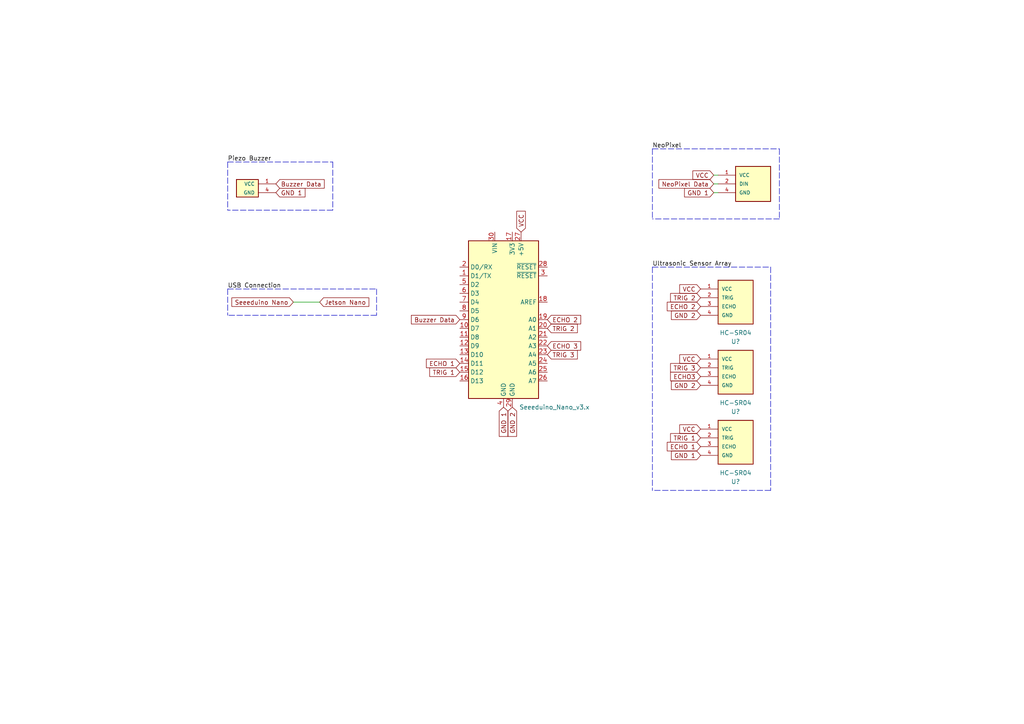
<source format=kicad_sch>
(kicad_sch (version 20211123) (generator eeschema)
  (paper "A4")
  (title_block (title "Ultrasonic Sensor") (date "2023-1-30") (rev "1.0") (company "DC Brushless Motor") (comment 1 "MAE - 25510") (comment 4 "Drawn by: Chan Carl"))
  (lib_symbols
    (symbol "HC-SR04:HC-SR04" (pin_names (offset 1.016))
      (property "Reference" "U" (at 0 5.0813 0))
      (property "Value" "HC-SR04" (at 0 -10.163 0))
      (symbol "HC-SR04_0_0"
        (rectangle (start 0 -7.62) (end 10.16 5.08) (stroke (width 0.254)) (fill (type background)))
        (pin power_in line (at -5.08 2.54 0) (length 5.08) (name "VCC") (number "1"))
        (pin bidirectional line (at -5.08 0 0) (length 5.08) (name "TRIG") (number "2"))
        (pin bidirectional line (at -5.08 -2.54 0) (length 5.08) (name "ECHO") (number "3"))
        (pin power_in line (at -5.08 -5.08 0) (length 5.08) (name "GND") (number "4"))
      )
    )
    (symbol "HC-SR04_1" (pin_names (offset 1.016))
      (property "Value" "HC-SR04_1" (at 5.08 -10.16 0))
      (symbol "HC-SR04_1_0_0"
        (rectangle (start 0 5.08) (end 10.16 -5.08) (stroke (width 0.254)) (fill (type background)))
        (pin power_in line (at -5.08 2.54 0) (length 5.08) (name "VCC") (number "1"))
        (pin bidirectional line (at -5.08 0 0) (length 5.08) (name "DIN") (number "2"))
        (pin power_in line (at -5.08 -2.54 0) (length 5.08) (name "GND") (number "4"))
      )
    )
    (symbol "HC-SR04_2" (pin_names (offset 1.016))
      (symbol "HC-SR04_2_0_0"
        (rectangle (start 0 3.81) (end 6.35 -1.27) (stroke (width 0.254)) (fill (type background)))
        (pin power_in line (at -5.08 2.54 0) (length 5.08) (name "VCC") (number "1"))
        (pin power_in line (at -5.08 0 0) (length 5.08) (name "GND") (number "4"))
      )
    )
    (symbol "MCU_Module:Arduino_Nano_v3.x"
      (property "Reference" "A" (at -10.16 23.495 0))
      (property "Value" "Arduino_Nano_v3.x" (at 5.08 -24.13 0))
      (symbol "Arduino_Nano_v3.x_0_1"
        (rectangle (start -10.16 22.86) (end 10.16 -22.86) (stroke (width 0.254)) (fill (type background)))
      )
      (symbol "Arduino_Nano_v3.x_1_1"
        (pin bidirectional line (at -12.7 12.7 0) (length 2.54) (name "D1/TX") (number "1"))
        (pin bidirectional line (at -12.7 -2.54 0) (length 2.54) (name "D7") (number "10"))
        (pin bidirectional line (at -12.7 -5.08 0) (length 2.54) (name "D8") (number "11"))
        (pin bidirectional line (at -12.7 -7.62 0) (length 2.54) (name "D9") (number "12"))
        (pin bidirectional line (at -12.7 -10.16 0) (length 2.54) (name "D10") (number "13"))
        (pin bidirectional line (at -12.7 -12.7 0) (length 2.54) (name "D11") (number "14"))
        (pin bidirectional line (at -12.7 -15.24 0) (length 2.54) (name "D12") (number "15"))
        (pin bidirectional line (at -12.7 -17.78 0) (length 2.54) (name "D13") (number "16"))
        (pin power_out line (at 2.54 25.4 270) (length 2.54) (name "3V3") (number "17"))
        (pin input line (at 12.7 5.08 180) (length 2.54) (name "AREF") (number "18"))
        (pin bidirectional line (at 12.7 0 180) (length 2.54) (name "A0") (number "19"))
        (pin bidirectional line (at -12.7 15.24 0) (length 2.54) (name "D0/RX") (number "2"))
        (pin bidirectional line (at 12.7 -2.54 180) (length 2.54) (name "A1") (number "20"))
        (pin bidirectional line (at 12.7 -5.08 180) (length 2.54) (name "A2") (number "21"))
        (pin bidirectional line (at 12.7 -7.62 180) (length 2.54) (name "A3") (number "22"))
        (pin bidirectional line (at 12.7 -10.16 180) (length 2.54) (name "A4") (number "23"))
        (pin bidirectional line (at 12.7 -12.7 180) (length 2.54) (name "A5") (number "24"))
        (pin bidirectional line (at 12.7 -15.24 180) (length 2.54) (name "A6") (number "25"))
        (pin bidirectional line (at 12.7 -17.78 180) (length 2.54) (name "A7") (number "26"))
        (pin power_out line (at 5.08 25.4 270) (length 2.54) (name "+5V") (number "27"))
        (pin input line (at 12.7 15.24 180) (length 2.54) (name "~{RESET}") (number "28"))
        (pin power_in line (at 2.54 -25.4 90) (length 2.54) (name "GND") (number "29"))
        (pin input line (at 12.7 12.7 180) (length 2.54) (name "~{RESET}") (number "3"))
        (pin power_in line (at -2.54 25.4 270) (length 2.54) (name "VIN") (number "30"))
        (pin power_in line (at 0 -25.4 90) (length 2.54) (name "GND") (number "4"))
        (pin bidirectional line (at -12.7 10.16 0) (length 2.54) (name "D2") (number "5"))
        (pin bidirectional line (at -12.7 7.62 0) (length 2.54) (name "D3") (number "6"))
        (pin bidirectional line (at -12.7 5.08 0) (length 2.54) (name "D4") (number "7"))
        (pin bidirectional line (at -12.7 2.54 0) (length 2.54) (name "D5") (number "8"))
        (pin bidirectional line (at -12.7 0 0) (length 2.54) (name "D6") (number "9"))
      )
    )
  )
  (polyline (pts (xy 66.04 83.82) (xy 66.04 91.44)))
  (polyline (pts (xy 223.52 142.24) (xy 189.23 142.24)))
  (polyline (pts (xy 189.23 43.18) (xy 226.06 43.18)))
  (polyline (pts (xy 109.22 91.44) (xy 66.04 91.44)))
  (polyline (pts (xy 189.23 77.47) (xy 223.52 77.47)))
  (wire (pts (xy 85.09 87.63) (xy 92.71 87.63)))
  (polyline (pts (xy 109.22 83.82) (xy 109.22 91.44)))
  (polyline (pts (xy 226.06 43.18) (xy 226.06 63.5)))
  (polyline (pts (xy 96.52 60.96) (xy 66.04 60.96)))
  (wire (pts (xy 208.28 55.88) (xy 207.01 55.88)))
  (polyline (pts (xy 66.04 46.99) (xy 66.04 60.96)))
  (wire (pts (xy 208.28 53.34) (xy 207.01 53.34)))
  (polyline (pts (xy 189.23 77.47) (xy 189.23 142.24)))
  (polyline (pts (xy 96.52 46.99) (xy 96.52 60.96)))
  (polyline (pts (xy 226.06 63.5) (xy 189.23 63.5)))
  (wire (pts (xy 208.28 50.8) (xy 207.01 50.8)))
  (polyline (pts (xy 66.04 46.99) (xy 96.52 46.99)))
  (polyline (pts (xy 223.52 77.47) (xy 223.52 142.24)))
  (polyline (pts (xy 66.04 83.82) (xy 109.22 83.82)))
  (polyline (pts (xy 189.23 43.18) (xy 189.23 63.5)))
  (label "Ultrasonic Sensor Array" (at 189.23 77.47 0))
  (label "NeoPixel" (at 189.23 43.18 0))
  (label "Piezo Buzzer" (at 66.04 46.99 0))
  (label "USB Connection" (at 66.04 83.82 0))
  (global_label "VCC" (shape input) (at 207.01 50.8 180) (property "Intersheet References" "${INTERSHEET_REFS}" (effects hide)))
  (global_label "GND 2" (shape input) (at 148.59 118.11 270) (property "Intersheet References" "${INTERSHEET_REFS}" (effects hide)))
  (global_label "TRIG 3" (shape input) (at 203.2 106.68 180) (property "Intersheet References" "${INTERSHEET_REFS}" (effects hide)))
  (global_label "TRIG 1" (shape input) (at 133.35 107.95 180) (property "Intersheet References" "${INTERSHEET_REFS}" (effects hide)))
  (global_label "VCC" (shape input) (at 203.2 83.82 180) (property "Intersheet References" "${INTERSHEET_REFS}" (effects hide)))
  (global_label "Jetson Nano" (shape input) (at 92.71 87.63 0) (property "Intersheet References" "${INTERSHEET_REFS}" (effects hide)))
  (global_label "VCC" (shape input) (at 203.2 124.46 180) (property "Intersheet References" "${INTERSHEET_REFS}" (effects hide)))
  (global_label "ECHO 2" (shape input) (at 203.2 88.9 180) (property "Intersheet References" "${INTERSHEET_REFS}" (effects hide)))
  (global_label "VCC" (shape input) (at 151.13 67.31 90) (property "Intersheet References" "${INTERSHEET_REFS}" (effects hide)))
  (global_label "Buzzer Data" (shape input) (at 133.35 92.71 180) (property "Intersheet References" "${INTERSHEET_REFS}" (effects hide)))
  (global_label "ECHO3" (shape input) (at 203.2 109.22 180) (property "Intersheet References" "${INTERSHEET_REFS}" (effects hide)))
  (global_label "TRIG 2" (shape input) (at 203.2 86.36 180) (property "Intersheet References" "${INTERSHEET_REFS}" (effects hide)))
  (global_label "ECHO 1" (shape input) (at 133.35 105.41 180) (property "Intersheet References" "${INTERSHEET_REFS}" (effects hide)))
  (global_label "VCC" (shape input) (at 203.2 104.14 180) (property "Intersheet References" "${INTERSHEET_REFS}" (effects hide)))
  (global_label "GND 1" (shape input) (at 80.01 55.88 0) (property "Intersheet References" "${INTERSHEET_REFS}" (effects hide)))
  (global_label "ECHO 3" (shape input) (at 158.75 100.33 0) (property "Intersheet References" "${INTERSHEET_REFS}" (effects hide)))
  (global_label "GND 2" (shape input) (at 203.2 91.44 180) (property "Intersheet References" "${INTERSHEET_REFS}" (effects hide)))
  (global_label "ECHO 2" (shape input) (at 158.75 92.71 0) (property "Intersheet References" "${INTERSHEET_REFS}" (effects hide)))
  (global_label "GND 1" (shape input) (at 146.05 118.11 270) (property "Intersheet References" "${INTERSHEET_REFS}" (effects hide)))
  (global_label "Buzzer Data" (shape input) (at 80.01 53.34 0) (property "Intersheet References" "${INTERSHEET_REFS}" (effects hide)))
  (global_label "TRIG 3" (shape input) (at 158.75 102.87 0) (property "Intersheet References" "${INTERSHEET_REFS}" (effects hide)))
  (global_label "TRIG 1" (shape input) (at 203.2 127 180) (property "Intersheet References" "${INTERSHEET_REFS}" (effects hide)))
  (global_label "GND 1" (shape input) (at 207.01 55.88 180) (property "Intersheet References" "${INTERSHEET_REFS}" (effects hide)))
  (global_label "GND 2" (shape input) (at 203.2 111.76 180) (property "Intersheet References" "${INTERSHEET_REFS}" (effects hide)))
  (global_label "ECHO 1" (shape input) (at 203.2 129.54 180) (property "Intersheet References" "${INTERSHEET_REFS}" (effects hide)))
  (global_label "NeoPixel Data" (shape input) (at 207.01 53.34 180) (property "Intersheet References" "${INTERSHEET_REFS}" (effects hide)))
  (global_label "GND 1" (shape input) (at 203.2 132.08 180) (property "Intersheet References" "${INTERSHEET_REFS}" (effects hide)))
  (global_label "Seeeduino Nano" (shape input) (at 85.09 87.63 180) (property "Intersheet References" "${INTERSHEET_REFS}" (effects hide)))
  (global_label "TRIG 2" (shape input) (at 158.75 95.25 0) (property "Intersheet References" "${INTERSHEET_REFS}" (effects hide)))
  (symbol (lib_id "MCU_Module:Arduino_Nano_v3.x") (at 146.05 92.71 0) (unit 1)
    (property "Reference" "urmum" (effects hide))
    (property "Value" "Seeeduino_Nano_v3.x" (at 150.6094 118.11 0) (effects (justify left)))
    (property "Footprint" "Module:Arduino_Nano" (effects hide))
    (property "Datasheet" "http://www.mouser.com/pdfdocs/Gravitech_Arduino_Nano3_0.pdf" (effects hide))
  )
  (symbol (lib_id "HC-SR04:HC-SR04") (at 208.28 86.36 0) (unit 1)
    (property "Reference" "U?" (at 213.36 99.06 0))
    (property "Value" "HC-SR04" (at 213.36 96.52 0))
    (property "Footprint" "XCVR_HC-SR04" (effects hide))
    (property "MANUFACTURER" "Osepp" (effects hide))
  )
  (symbol (lib_id "HC-SR04:HC-SR04") (at 208.28 106.68 0) (unit 1)
    (property "Reference" "U?" (at 213.36 119.38 0))
    (property "Value" "HC-SR04" (at 213.36 116.84 0))
    (property "Footprint" "XCVR_HC-SR04" (effects hide))
    (property "MANUFACTURER" "Osepp" (effects hide))
  )
  (symbol (lib_name "HC-SR04_2") (lib_id "HC-SR04:HC-SR04") (at 74.93 55.88 0) (mirror y) (unit 1)
    (property "Reference" "U?" (effects hide))
    (property "Value" "Buzzer" (effects hide))
  )
  (symbol (lib_name "HC-SR04_1") (lib_id "HC-SR04:HC-SR04") (at 213.36 53.34 0) (unit 1)
    (property "Reference" "U?" (effects hide))
    (property "Value" "NeoPixel" (effects hide))
  )
  (symbol (lib_id "HC-SR04:HC-SR04") (at 208.28 127 0) (unit 1)
    (property "Reference" "U?" (at 213.36 139.7 0))
    (property "Value" "HC-SR04" (at 213.36 137.16 0))
    (property "Footprint" "XCVR_HC-SR04" (effects hide))
    (property "MANUFACTURER" "Osepp" (effects hide))
  )
)
</source>
